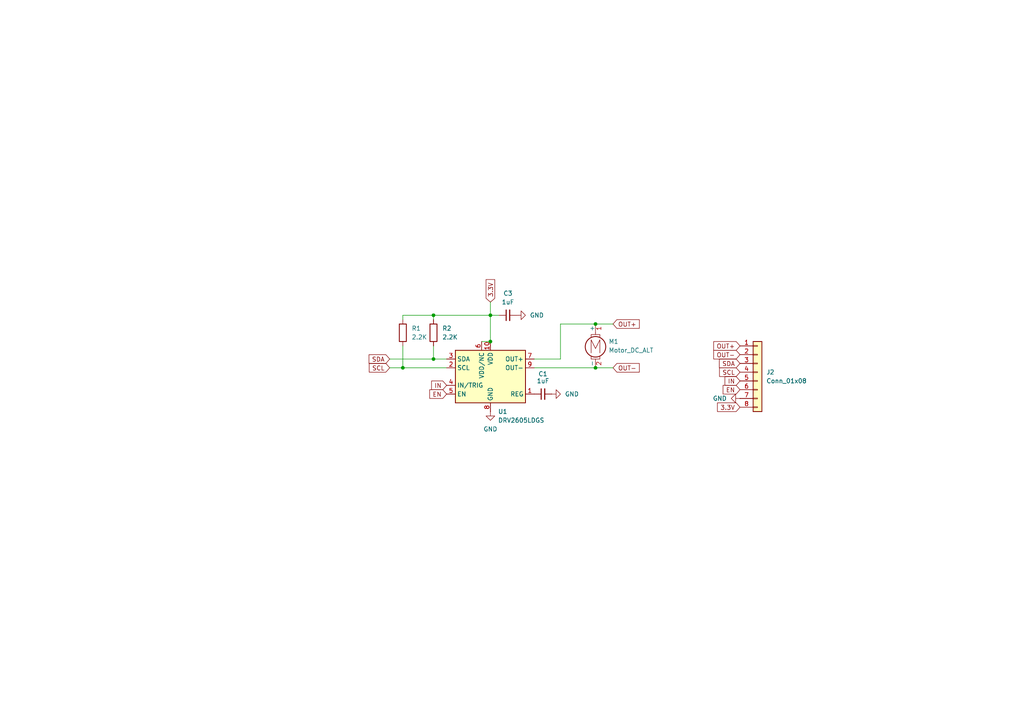
<source format=kicad_sch>
(kicad_sch (version 20231120) (generator "eeschema") (generator_version "8.0")
  (paper "A4")
  (lib_symbols
    (symbol "Connector_Generic:Conn_01x08" (pin_names (offset 1.016) hide)
      (property "Reference" "J" (at 0 10.16 0))
      (property "Value" "Conn_01x08" (at 0 -12.7 0))
      (symbol "Conn_01x08_1_1"
        (rectangle (start -1.27 -10.033) (end 0 -10.287) (stroke (width 0.1524)))
        (rectangle (start -1.27 -7.493) (end 0 -7.747) (stroke (width 0.1524)))
        (rectangle (start -1.27 -4.953) (end 0 -5.207) (stroke (width 0.1524)))
        (rectangle (start -1.27 -2.413) (end 0 -2.667) (stroke (width 0.1524)))
        (rectangle (start -1.27 0.127) (end 0 -0.127) (stroke (width 0.1524)))
        (rectangle (start -1.27 2.667) (end 0 2.413) (stroke (width 0.1524)))
        (rectangle (start -1.27 5.207) (end 0 4.953) (stroke (width 0.1524)))
        (rectangle (start -1.27 7.747) (end 0 7.493) (stroke (width 0.1524)))
        (rectangle (start -1.27 8.89) (end 1.27 -11.43) (stroke (width 0.254)) (fill (type background)))
        (pin passive line (at -5.08 7.62 0) (length 3.81) (name "Pin_1") (number "1"))
        (pin passive line (at -5.08 5.08 0) (length 3.81) (name "Pin_2") (number "2"))
        (pin passive line (at -5.08 2.54 0) (length 3.81) (name "Pin_3") (number "3"))
        (pin passive line (at -5.08 0 0) (length 3.81) (name "Pin_4") (number "4"))
        (pin passive line (at -5.08 -2.54 0) (length 3.81) (name "Pin_5") (number "5"))
        (pin passive line (at -5.08 -5.08 0) (length 3.81) (name "Pin_6") (number "6"))
        (pin passive line (at -5.08 -7.62 0) (length 3.81) (name "Pin_7") (number "7"))
        (pin passive line (at -5.08 -10.16 0) (length 3.81) (name "Pin_8") (number "8"))
      )
    )
    (symbol "Device:C_Small" (pin_numbers hide) (pin_names (offset 0.254) hide)
      (property "Reference" "C" (at 0.254 1.778 0))
      (property "Value" "C_Small" (at 0.254 -2.032 0))
      (symbol "C_Small_0_1"
        (polyline (pts (xy -1.524 -0.508) (xy 1.524 -0.508)) (stroke (width 0.3302)))
        (polyline (pts (xy -1.524 0.508) (xy 1.524 0.508)) (stroke (width 0.3048)))
      )
      (symbol "C_Small_1_1"
        (pin passive line (at 0 2.54 270) (length 2.032) (name "~") (number "1"))
        (pin passive line (at 0 -2.54 90) (length 2.032) (name "~") (number "2"))
      )
    )
    (symbol "Device:R" (pin_numbers hide) (pin_names (offset 0))
      (property "Reference" "R" (at 2.032 0 90))
      (property "Value" "R" (at 0 0 90))
      (symbol "R_0_1"
        (rectangle (start -1.016 -2.54) (end 1.016 2.54) (stroke (width 0.254)))
      )
      (symbol "R_1_1"
        (pin passive line (at 0 3.81 270) (length 1.27) (name "~") (number "1"))
        (pin passive line (at 0 -3.81 90) (length 1.27) (name "~") (number "2"))
      )
    )
    (symbol "Driver_Haptic:DRV2605LDGS"
      (property "Reference" "U" (at -10.16 8.255 0))
      (property "Value" "DRV2605LDGS" (at 2.54 -8.89 0))
      (symbol "DRV2605LDGS_0_1"
        (rectangle (start -10.16 7.62) (end 10.16 -7.62) (stroke (width 0.254)) (fill (type background)))
      )
      (symbol "DRV2605LDGS_1_1"
        (pin passive line (at 12.7 -5.08 180) (length 2.54) (name "REG") (number "1"))
        (pin power_in line (at 0 10.16 270) (length 2.54) (name "VDD") (number "10"))
        (pin input line (at -12.7 2.54 0) (length 2.54) (name "SCL") (number "2"))
        (pin bidirectional line (at -12.7 5.08 0) (length 2.54) (name "SDA") (number "3"))
        (pin input line (at -12.7 -2.54 0) (length 2.54) (name "IN/TRIG") (number "4"))
        (pin input line (at -12.7 -5.08 0) (length 2.54) (name "EN") (number "5"))
        (pin power_in line (at -2.54 10.16 270) (length 2.54) (name "VDD/NC") (number "6"))
        (pin output line (at 12.7 5.08 180) (length 2.54) (name "OUT+") (number "7"))
        (pin power_in line (at 0 -10.16 90) (length 2.54) (name "GND") (number "8"))
        (pin output line (at 12.7 2.54 180) (length 2.54) (name "OUT-") (number "9"))
      )
    )
    (symbol "Motor:Motor_DC_ALT" (pin_names (offset 0))
      (property "Reference" "M" (at 2.54 2.54 0))
      (property "Value" "Motor_DC_ALT" (at 2.54 -5.08 0))
      (symbol "Motor_DC_ALT_0_0"
        (circle (center 0 -1.524) (radius 2.9718) (stroke (width 0.254)))
        (polyline (pts (xy -1.27 -4.318) (xy -1.27 -5.08) (xy 1.27 -5.08) (xy 1.27 -4.318)))
        (polyline (pts (xy -1.27 1.27) (xy -1.27 2.032) (xy 1.27 2.032) (xy 1.27 1.27)))
        (polyline (pts (xy -1.27 -3.302) (xy -1.27 0.508) (xy 0 -2.032) (xy 1.27 0.508) (xy 1.27 -3.302)))
      )
      (symbol "Motor_DC_ALT_0_1"
        (polyline (pts (xy 0 2.032) (xy 0 2.54)))
      )
      (symbol "Motor_DC_ALT_1_1"
        (pin passive line (at 0 5.08 270) (length 2.54) (name "+") (number "1"))
        (pin passive line (at 0 -7.62 90) (length 2.54) (name "-") (number "2"))
      )
    )
    (symbol "power:GND" (power) (pin_numbers hide) (pin_names (offset 0) hide)
      (property "Value" "GND" (at 0 -3.81 0))
      (symbol "GND_0_1"
        (polyline (pts (xy 0 0) (xy 0 -1.27) (xy 1.27 -1.27) (xy 0 -2.54) (xy -1.27 -1.27) (xy 0 -1.27)))
      )
      (symbol "GND_1_1"
        (pin power_in line (at 0 0 270) (length 0) (name "~") (number "1"))
      )
    )
  )
  (junction (at 142.24 99.06))
  (junction (at 142.24 91.44))
  (junction (at 125.73 91.44))
  (junction (at 172.72 106.68))
  (junction (at 172.72 93.98))
  (junction (at 116.84 106.68))
  (junction (at 125.73 104.14))
  (wire (pts (xy 162.56 104.14) (xy 162.56 93.98)))
  (wire (pts (xy 116.84 106.68) (xy 129.54 106.68)))
  (wire (pts (xy 142.24 91.44) (xy 142.24 99.06)))
  (wire (pts (xy 139.7 99.06) (xy 142.24 99.06)))
  (wire (pts (xy 162.56 93.98) (xy 172.72 93.98)))
  (wire (pts (xy 172.72 93.98) (xy 177.8 93.98)))
  (wire (pts (xy 142.24 87.63) (xy 142.24 91.44)))
  (wire (pts (xy 125.73 104.14) (xy 129.54 104.14)))
  (wire (pts (xy 154.94 106.68) (xy 172.72 106.68)))
  (wire (pts (xy 142.24 91.44) (xy 144.78 91.44)))
  (wire (pts (xy 125.73 91.44) (xy 116.84 91.44)))
  (wire (pts (xy 116.84 91.44) (xy 116.84 92.71)))
  (wire (pts (xy 113.03 106.68) (xy 116.84 106.68)))
  (wire (pts (xy 172.72 106.68) (xy 177.8 106.68)))
  (wire (pts (xy 113.03 104.14) (xy 125.73 104.14)))
  (wire (pts (xy 125.73 100.33) (xy 125.73 104.14)))
  (wire (pts (xy 154.94 104.14) (xy 162.56 104.14)))
  (wire (pts (xy 125.73 91.44) (xy 142.24 91.44)))
  (wire (pts (xy 116.84 100.33) (xy 116.84 106.68)))
  (wire (pts (xy 125.73 91.44) (xy 125.73 92.71)))
  (global_label "OUT+" (shape input) (at 177.8 93.98 0) (property "Intersheetrefs" "${INTERSHEET_REFS}" (effects (hide yes))))
  (global_label "SDA" (shape input) (at 113.03 104.14 180) (property "Intersheetrefs" "${INTERSHEET_REFS}" (effects (hide yes))))
  (global_label "IN" (shape input) (at 129.54 111.76 180) (property "Intersheetrefs" "${INTERSHEET_REFS}" (effects (hide yes))))
  (global_label "OUT+" (shape input) (at 214.63 100.33 180) (property "Intersheetrefs" "${INTERSHEET_REFS}" (effects (hide yes))))
  (global_label "EN" (shape input) (at 129.54 114.3 180) (property "Intersheetrefs" "${INTERSHEET_REFS}" (effects (hide yes))))
  (global_label "IN" (shape input) (at 214.63 110.49 180) (property "Intersheetrefs" "${INTERSHEET_REFS}" (effects (hide yes))))
  (global_label "OUT-" (shape input) (at 214.63 102.87 180) (property "Intersheetrefs" "${INTERSHEET_REFS}" (effects (hide yes))))
  (global_label "SCL" (shape input) (at 113.03 106.68 180) (property "Intersheetrefs" "${INTERSHEET_REFS}" (effects (hide yes))))
  (global_label "SCL" (shape input) (at 214.63 107.95 180) (property "Intersheetrefs" "${INTERSHEET_REFS}" (effects (hide yes))))
  (global_label "3.3V" (shape input) (at 214.63 118.11 180) (property "Intersheetrefs" "${INTERSHEET_REFS}" (effects (hide yes))))
  (global_label "OUT-" (shape input) (at 177.8 106.68 0) (property "Intersheetrefs" "${INTERSHEET_REFS}" (effects (hide yes))))
  (global_label "3.3V" (shape input) (at 142.24 87.63 90) (property "Intersheetrefs" "${INTERSHEET_REFS}" (effects (hide yes))))
  (global_label "EN" (shape input) (at 214.63 113.03 180) (property "Intersheetrefs" "${INTERSHEET_REFS}" (effects (hide yes))))
  (global_label "SDA" (shape input) (at 214.63 105.41 180) (property "Intersheetrefs" "${INTERSHEET_REFS}" (effects (hide yes))))
  (symbol (lib_id "Device:R") (at 116.84 96.52 0) (unit 1)
    (property "Reference" "R1" (at 119.38 95.2499 0) (effects (justify left)))
    (property "Value" "2.2K" (at 119.38 97.7899 0) (effects (justify left)))
    (property "Footprint" "Resistor_SMD:R_0603_1608Metric_Pad0.98x0.95mm_HandSolder" (effects (hide yes)))
    (property "Description" "Resistor" (effects (hide yes)))
  )
  (symbol (lib_id "power:GND") (at 214.63 115.57 270) (unit 1)
    (property "Reference" "#PWR05" (effects (hide yes)))
    (property "Value" "GND" (at 210.82 115.5699 90) (effects (justify right)))
    (property "Description" "Power symbol creates a global label with name \"GND\" , ground" (effects (hide yes)))
  )
  (symbol (lib_id "Device:R") (at 125.73 96.52 0) (unit 1)
    (property "Reference" "R2" (at 128.27 95.2499 0) (effects (justify left)))
    (property "Value" "2.2K" (at 128.27 97.7899 0) (effects (justify left)))
    (property "Footprint" "Resistor_SMD:R_0603_1608Metric_Pad0.98x0.95mm_HandSolder" (effects (hide yes)))
    (property "Description" "Resistor" (effects (hide yes)))
  )
  (symbol (lib_id "power:GND") (at 142.24 119.38 0) (unit 1)
    (property "Reference" "#PWR03" (effects (hide yes)))
    (property "Value" "GND" (at 142.24 124.46 0))
    (property "Description" "Power symbol creates a global label with name \"GND\" , ground" (effects (hide yes)))
  )
  (symbol (lib_id "power:GND") (at 149.86 91.44 90) (unit 1)
    (property "Reference" "#PWR02" (effects (hide yes)))
    (property "Value" "GND" (at 153.67 91.4399 90) (effects (justify right)))
    (property "Description" "Power symbol creates a global label with name \"GND\" , ground" (effects (hide yes)))
  )
  (symbol (lib_id "Device:C_Small") (at 147.32 91.44 90) (unit 1)
    (property "Reference" "C3" (at 147.3263 85.09 90))
    (property "Value" "1uF" (at 147.3263 87.63 90))
    (property "Footprint" "Capacitor_SMD:C_0603_1608Metric_Pad1.08x0.95mm_HandSolder" (effects (hide yes)))
    (property "Description" "Unpolarized capacitor, small symbol" (effects (hide yes)))
  )
  (symbol (lib_id "power:GND") (at 160.02 114.3 90) (unit 1)
    (property "Reference" "#PWR01" (effects (hide yes)))
    (property "Value" "GND" (at 163.83 114.2999 90) (effects (justify right)))
    (property "Description" "Power symbol creates a global label with name \"GND\" , ground" (effects (hide yes)))
  )
  (symbol (lib_id "Driver_Haptic:DRV2605LDGS") (at 142.24 109.22 0) (unit 1)
    (property "Reference" "U1" (at 144.4341 119.38 0) (effects (justify left)))
    (property "Value" "DRV2605LDGS" (at 144.4341 121.92 0) (effects (justify left)))
    (property "Footprint" "Package_SO:VSSOP-10_3x3mm_P0.5mm" (effects (hide yes)))
    (property "Datasheet" "http://www.ti.com/lit/ds/symlink/drv2605l.pdf" (effects (hide yes)))
    (property "Description" "Haptic driver for LRAs and ERMs with effect library, 2-5.2V, VSSOP-10" (effects (hide yes)))
  )
  (symbol (lib_id "Connector_Generic:Conn_01x08") (at 219.71 107.95 0) (unit 1)
    (property "Reference" "J2" (at 222.25 107.9499 0) (effects (justify left)))
    (property "Value" "Conn_01x08" (at 222.25 110.4899 0) (effects (justify left)))
    (property "Footprint" "Connector_PinHeader_2.54mm:PinHeader_1x08_P2.54mm_Vertical" (effects (hide yes)))
    (property "Description" "Generic connector, single row, 01x08, script generated (kicad-library-utils/schlib/autogen/connector/)" (effects (hide yes)))
  )
  (symbol (lib_id "Motor:Motor_DC_ALT") (at 172.72 99.06 0) (unit 1)
    (property "Reference" "M1" (at 176.53 99.0599 0) (effects (justify left)))
    (property "Value" "Motor_DC_ALT" (at 176.53 101.5999 0) (effects (justify left)))
    (property "Footprint" "Connector_PinHeader_2.54mm:PinHeader_1x02_P2.54mm_Vertical" (effects (hide yes)))
    (property "Description" "DC Motor, alternative symbol" (effects (hide yes)))
  )
  (symbol (lib_id "Device:C_Small") (at 157.48 114.3 90) (unit 1)
    (property "Reference" "C1" (at 157.48 108.458 90))
    (property "Value" "1uF" (at 157.4863 110.49 90))
    (property "Footprint" "Capacitor_SMD:C_0603_1608Metric_Pad1.08x0.95mm_HandSolder" (effects (hide yes)))
    (property "Description" "Unpolarized capacitor, small symbol" (effects (hide yes)))
  )
)
</source>
